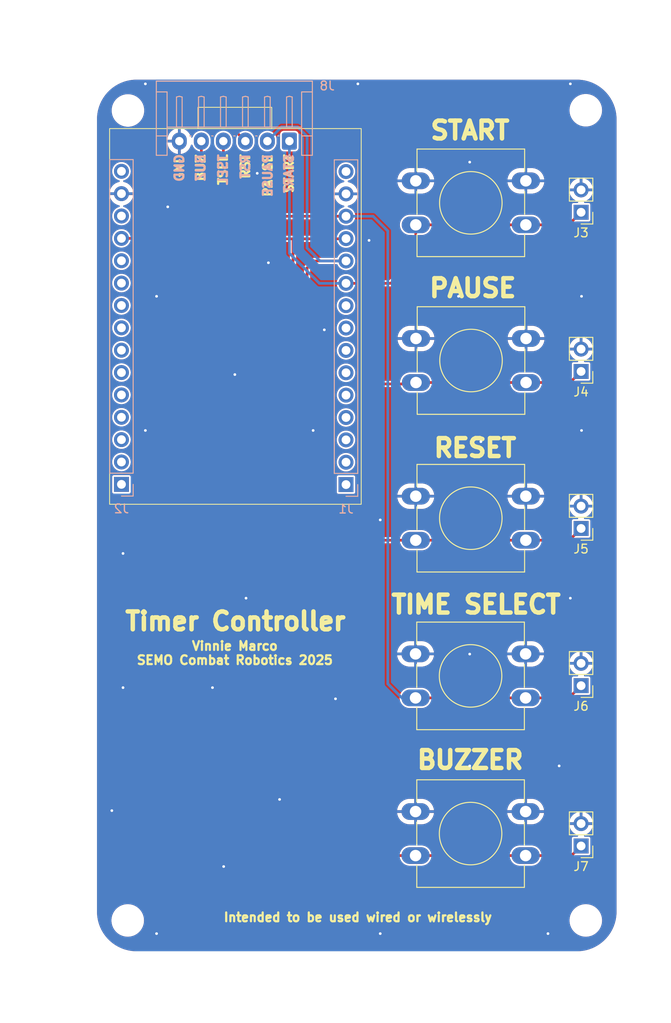
<source format=kicad_pcb>
(kicad_pcb (version 20240108) (generator "pcbnew") (generator_version "8.0")
  (layers (0 "F.Cu" signal) (31 "B.Cu" signal) (34 "B.Paste" user) (35 "F.Paste" user) (36 "B.SilkS" user "B.Silkscreen") (37 "F.SilkS" user "F.Silkscreen") (38 "B.Mask" user) (39 "F.Mask" user) (44 "Edge.Cuts" user))
  (net 0 "")
  (net 2 "GND")
  (net 3 "nTIME_SEL")
  (net 4 "nRESET_BTN")
  (net 9 "nPAUSE_BTN")
  (net 10 "nSTART_BTN")
  (net 11 "+5V")
  (net 17 "+3.3V")
  (net 28 "nBUZZER_BTN")
  (footprint "MountingHole:MountingHole_3.2mm_M3" (layer "F.Cu") (at 124.993876 142.013148)
    (property "Reference" "H3" (hide yes))
    (property "Value" "MountingHole")
    (pad "" np_thru_hole circle (at 0 0) (size 3.2 3.2) (drill 3.2) (layers "*.Cu" "*.Mask"))
  )
  (footprint "Connector_PinHeader_2.54mm:PinHeader_1x02_P2.54mm_Vertical" (layer "F.Cu") (at 176.479676 97.491948 180)
    (property "Reference" "J5" (at 0 -2.33 0) (layer "F.SilkS"))
    (property "Value" "RESET")
    (fp_line (start 1.33 1.27) (end 1.33 3.87) (stroke (width 0.12)) (layer "F.SilkS"))
    (fp_line (start -1.33 3.87) (end 1.33 3.87) (stroke (width 0.12)) (layer "F.SilkS"))
    (fp_line (start -1.33 1.27) (end 1.33 1.27) (stroke (width 0.12)) (layer "F.SilkS"))
    (fp_line (start -1.33 1.27) (end -1.33 3.87) (stroke (width 0.12)) (layer "F.SilkS"))
    (fp_line (start -1.33 0) (end -1.33 -1.33) (stroke (width 0.12)) (layer "F.SilkS"))
    (fp_line (start -1.33 -1.33) (end 0 -1.33) (stroke (width 0.12)) (layer "F.SilkS"))
    (pad "1" thru_hole rect (at 0 0 180) (size 1.7 1.7) (drill 1) (layers "*.Cu" "*.Mask") (net 4 "nRESET_BTN"))
    (pad "2" thru_hole oval (at 0 2.54 180) (size 1.7 1.7) (drill 1) (layers "*.Cu" "*.Mask") (net 2 "GND"))
  )
  (footprint "MountingHole:MountingHole_3.2mm_M3" (layer "F.Cu") (at 177.013076 49.988948)
    (property "Reference" "H2" (hide yes))
    (property "Value" "MountingHole")
    (pad "" np_thru_hole circle (at 0 0) (size 3.2 3.2) (drill 3.2) (layers "*.Cu" "*.Mask"))
  )
  (footprint "Connector_PinHeader_2.54mm:PinHeader_1x02_P2.54mm_Vertical" (layer "F.Cu") (at 176.479676 133.554948 180)
    (property "Reference" "J7" (at 0 -2.33 0) (layer "F.SilkS"))
    (property "Value" "BUZZER")
    (fp_line (start 1.33 1.27) (end 1.33 3.87) (stroke (width 0.12)) (layer "F.SilkS"))
    (fp_line (start -1.33 3.87) (end 1.33 3.87) (stroke (width 0.12)) (layer "F.SilkS"))
    (fp_line (start -1.33 1.27) (end 1.33 1.27) (stroke (width 0.12)) (layer "F.SilkS"))
    (fp_line (start -1.33 1.27) (end -1.33 3.87) (stroke (width 0.12)) (layer "F.SilkS"))
    (fp_line (start -1.33 0) (end -1.33 -1.33) (stroke (width 0.12)) (layer "F.SilkS"))
    (fp_line (start -1.33 -1.33) (end 0 -1.33) (stroke (width 0.12)) (layer "F.SilkS"))
    (pad "1" thru_hole rect (at 0 0 180) (size 1.7 1.7) (drill 1) (layers "*.Cu" "*.Mask") (net 28 "nBUZZER_BTN"))
    (pad "2" thru_hole oval (at 0 2.54 180) (size 1.7 1.7) (drill 1) (layers "*.Cu" "*.Mask") (net 2 "GND"))
  )
  (footprint "MountingHole:MountingHole_3.2mm_M3" (layer "F.Cu") (at 125.019276 50.014348)
    (property "Reference" "H1" (hide yes))
    (property "Value" "MountingHole")
    (pad "" np_thru_hole circle (at 0 0) (size 3.2 3.2) (drill 3.2) (layers "*.Cu" "*.Mask"))
  )
  (footprint "Connector_PinHeader_2.54mm:PinHeader_1x02_P2.54mm_Vertical" (layer "F.Cu") (at 176.479676 61.576348 180)
    (property "Reference" "J3" (at 0 -2.33 0) (layer "F.SilkS"))
    (property "Value" "START")
    (fp_line (start 1.33 1.27) (end 1.33 3.87) (stroke (width 0.12)) (layer "F.SilkS"))
    (fp_line (start -1.33 3.87) (end 1.33 3.87) (stroke (width 0.12)) (layer "F.SilkS"))
    (fp_line (start -1.33 1.27) (end 1.33 1.27) (stroke (width 0.12)) (layer "F.SilkS"))
    (fp_line (start -1.33 1.27) (end -1.33 3.87) (stroke (width 0.12)) (layer "F.SilkS"))
    (fp_line (start -1.33 0) (end -1.33 -1.33) (stroke (width 0.12)) (layer "F.SilkS"))
    (fp_line (start -1.33 -1.33) (end 0 -1.33) (stroke (width 0.12)) (layer "F.SilkS"))
    (pad "1" thru_hole rect (at 0 0 180) (size 1.7 1.7) (drill 1) (layers "*.Cu" "*.Mask") (net 10 "nSTART_BTN"))
    (pad "2" thru_hole oval (at 0 2.54 180) (size 1.7 1.7) (drill 1) (layers "*.Cu" "*.Mask") (net 2 "GND"))
  )
  (footprint "Button_Switch_THT:SW_PUSH-12mm" (layer "F.Cu") (at 157.678876 111.736498)
    (property "Reference" "SW4" (hide yes))
    (property "Value" "TIME_SEL")
    (fp_line (start 0.14 -3.61) (end 0.14 -1.1) (stroke (width 0.12)) (layer "F.SilkS"))
    (fp_line (start 0.14 -3.61) (end 12.36 -3.61) (stroke (width 0.12)) (layer "F.SilkS"))
    (fp_line (start 0.14 1.2) (end 0.14 3.8) (stroke (width 0.12)) (layer "F.SilkS"))
    (fp_line (start 0.14 6.1) (end 0.14 8.61) (stroke (width 0.12)) (layer "F.SilkS"))
    (fp_line (start 12.36 -3.61) (end 12.36 -1.1) (stroke (width 0.12)) (layer "F.SilkS"))
    (fp_line (start 12.36 1.2) (end 12.36 3.8) (stroke (width 0.12)) (layer "F.SilkS"))
    (fp_line (start 12.36 6.1) (end 12.36 8.61) (stroke (width 0.12)) (layer "F.SilkS"))
    (fp_line (start 12.36 8.61) (end 0.14 8.61) (stroke (width 0.12)) (layer "F.SilkS"))
    (fp_circle (center 6.25 2.5) (end 9.8 2.5) (stroke (width 0.12)) (fill none) (layer "F.SilkS"))
    (pad "1" thru_hole oval (at 0 0) (size 3.2 1.9) (drill 1.3) (layers "*.Cu" "*.Mask") (net 2 "GND"))
    (pad "1" thru_hole oval (at 12.5 0) (size 3.2 1.9) (drill 1.3) (layers "*.Cu" "*.Mask") (net 2 "GND"))
    (pad "2" thru_hole oval (at 0 5) (size 3.2 1.9) (drill 1.3) (layers "*.Cu" "*.Mask") (net 3 "nTIME_SEL"))
    (pad "2" thru_hole oval (at 12.5 5) (size 3.2 1.9) (drill 1.3) (layers "*.Cu" "*.Mask") (net 3 "nTIME_SEL"))
  )
  (footprint "Connector_PinHeader_2.54mm:PinHeader_1x02_P2.54mm_Vertical" (layer "F.Cu") (at 176.479676 115.348148 180)
    (property "Reference" "J6" (at 0 -2.33 0) (layer "F.SilkS"))
    (property "Value" "TIME_SEL")
    (fp_line (start 1.33 1.27) (end 1.33 3.87) (stroke (width 0.12)) (layer "F.SilkS"))
    (fp_line (start -1.33 3.87) (end 1.33 3.87) (stroke (width 0.12)) (layer "F.SilkS"))
    (fp_line (start -1.33 1.27) (end 1.33 1.27) (stroke (width 0.12)) (layer "F.SilkS"))
    (fp_line (start -1.33 1.27) (end -1.33 3.87) (stroke (width 0.12)) (layer "F.SilkS"))
    (fp_line (start -1.33 0) (end -1.33 -1.33) (stroke (width 0.12)) (layer "F.SilkS"))
    (fp_line (start -1.33 -1.33) (end 0 -1.33) (stroke (width 0.12)) (layer "F.SilkS"))
    (pad "1" thru_hole rect (at 0 0 180) (size 1.7 1.7) (drill 1) (layers "*.Cu" "*.Mask") (net 3 "nTIME_SEL"))
    (pad "2" thru_hole oval (at 0 2.54 180) (size 1.7 1.7) (drill 1) (layers "*.Cu" "*.Mask") (net 2 "GND"))
  )
  (footprint "Connector_PinHeader_2.54mm:PinHeader_1x02_P2.54mm_Vertical" (layer "F.Cu") (at 176.479676 79.656148 180)
    (property "Reference" "J4" (at 0 -2.33 0) (layer "F.SilkS"))
    (property "Value" "PAUSE")
    (fp_line (start 1.33 1.27) (end 1.33 3.87) (stroke (width 0.12)) (layer "F.SilkS"))
    (fp_line (start -1.33 3.87) (end 1.33 3.87) (stroke (width 0.12)) (layer "F.SilkS"))
    (fp_line (start -1.33 1.27) (end 1.33 1.27) (stroke (width 0.12)) (layer "F.SilkS"))
    (fp_line (start -1.33 1.27) (end -1.33 3.87) (stroke (width 0.12)) (layer "F.SilkS"))
    (fp_line (start -1.33 0) (end -1.33 -1.33) (stroke (width 0.12)) (layer "F.SilkS"))
    (fp_line (start -1.33 -1.33) (end 0 -1.33) (stroke (width 0.12)) (layer "F.SilkS"))
    (pad "1" thru_hole rect (at 0 0 180) (size 1.7 1.7) (drill 1) (layers "*.Cu" "*.Mask") (net 9 "nPAUSE_BTN"))
    (pad "2" thru_hole oval (at 0 2.54 180) (size 1.7 1.7) (drill 1) (layers "*.Cu" "*.Mask") (net 2 "GND"))
  )
  (footprint "Button_Switch_THT:SW_PUSH-12mm" (layer "F.Cu") (at 157.704276 93.825848)
    (property "Reference" "SW3" (hide yes))
    (property "Value" "RESET")
    (fp_line (start 0.14 -3.61) (end 0.14 -1.1) (stroke (width 0.12)) (layer "F.SilkS"))
    (fp_line (start 0.14 -3.61) (end 12.36 -3.61) (stroke (width 0.12)) (layer "F.SilkS"))
    (fp_line (start 0.14 1.2) (end 0.14 3.8) (stroke (width 0.12)) (layer "F.SilkS"))
    (fp_line (start 0.14 6.1) (end 0.14 8.61) (stroke (width 0.12)) (layer "F.SilkS"))
    (fp_line (start 12.36 -3.61) (end 12.36 -1.1) (stroke (width 0.12)) (layer "F.SilkS"))
    (fp_line (start 12.36 1.2) (end 12.36 3.8) (stroke (width 0.12)) (layer "F.SilkS"))
    (fp_line (start 12.36 6.1) (end 12.36 8.61) (stroke (width 0.12)) (layer "F.SilkS"))
    (fp_line (start 12.36 8.61) (end 0.14 8.61) (stroke (width 0.12)) (layer "F.SilkS"))
    (fp_circle (center 6.25 2.5) (end 9.8 2.5) (stroke (width 0.12)) (fill none) (layer "F.SilkS"))
    (pad "1" thru_hole oval (at 0 0) (size 3.2 1.9) (drill 1.3) (layers "*.Cu" "*.Mask") (net 2 "GND"))
    (pad "1" thru_hole oval (at 12.5 0) (size 3.2 1.9) (drill 1.3) (layers "*.Cu" "*.Mask") (net 2 "GND"))
    (pad "2" thru_hole oval (at 0 5) (size 3.2 1.9) (drill 1.3) (layers "*.Cu" "*.Mask") (net 4 "nRESET_BTN"))
    (pad "2" thru_hole oval (at 12.5 5) (size 3.2 1.9) (drill 1.3) (layers "*.Cu" "*.Mask") (net 4 "nRESET_BTN"))
  )
  (footprint "MountingHole:MountingHole_3.2mm_M3" (layer "F.Cu") (at 177.013076 142.013148)
    (property "Reference" "H4" (hide yes))
    (property "Value" "MountingHole")
    (pad "" np_thru_hole circle (at 0 0) (size 3.2 3.2) (drill 3.2) (layers "*.Cu" "*.Mask"))
  )
  (footprint "Button_Switch_THT:SW_PUSH-12mm" (layer "F.Cu") (at 157.680476 129.647148)
    (property "Reference" "SW5" (hide yes))
    (property "Value" "BUZZER")
    (fp_line (start 0.14 -3.61) (end 0.14 -1.1) (stroke (width 0.12)) (layer "F.SilkS"))
    (fp_line (start 0.14 -3.61) (end 12.36 -3.61) (stroke (width 0.12)) (layer "F.SilkS"))
    (fp_line (start 0.14 1.2) (end 0.14 3.8) (stroke (width 0.12)) (layer "F.SilkS"))
    (fp_line (start 0.14 6.1) (end 0.14 8.61) (stroke (width 0.12)) (layer "F.SilkS"))
    (fp_line (start 12.36 -3.61) (end 12.36 -1.1) (stroke (width 0.12)) (layer "F.SilkS"))
    (fp_line (start 12.36 1.2) (end 12.36 3.8) (stroke (width 0.12)) (layer "F.SilkS"))
    (fp_line (start 12.36 6.1) (end 12.36 8.61) (stroke (width 0.12)) (layer "F.SilkS"))
    (fp_line (start 12.36 8.61) (end 0.14 8.61) (stroke (width 0.12)) (layer "F.SilkS"))
    (fp_circle (center 6.25 2.5) (end 9.8 2.5) (stroke (width 0.12)) (fill none) (layer "F.SilkS"))
    (pad "1" thru_hole oval (at 0 0) (size 3.2 1.9) (drill 1.3) (layers "*.Cu" "*.Mask") (net 2 "GND"))
    (pad "1" thru_hole oval (at 12.5 0) (size 3.2 1.9) (drill 1.3) (layers "*.Cu" "*.Mask") (net 2 "GND"))
    (pad "2" thru_hole oval (at 0 5) (size 3.2 1.9) (drill 1.3) (layers "*.Cu" "*.Mask") (net 28 "nBUZZER_BTN"))
    (pad "2" thru_hole oval (at 12.5 5) (size 3.2 1.9) (drill 1.3) (layers "*.Cu" "*.Mask") (net 28 "nBUZZER_BTN"))
  )
  (footprint "Button_Switch_THT:SW_PUSH-12mm" (layer "F.Cu") (at 157.707476 58.004548)
    (property "Reference" "SW1" (hide yes))
    (property "Value" "START")
    (fp_line (start 0.14 -3.61) (end 0.14 -1.1) (stroke (width 0.12)) (layer "F.SilkS"))
    (fp_line (start 0.14 -3.61) (end 12.36 -3.61) (stroke (width 0.12)) (layer "F.SilkS"))
    (fp_line (start 0.14 1.2) (end 0.14 3.8) (stroke (width 0.12)) (layer "F.SilkS"))
    (fp_line (start 0.14 6.1) (end 0.14 8.61) (stroke (width 0.12)) (layer "F.SilkS"))
    (fp_line (start 12.36 -3.61) (end 12.36 -1.1) (stroke (width 0.12)) (layer "F.SilkS"))
    (fp_line (start 12.36 1.2) (end 12.36 3.8) (stroke (width 0.12)) (layer "F.SilkS"))
    (fp_line (start 12.36 6.1) (end 12.36 8.61) (stroke (width 0.12)) (layer "F.SilkS"))
    (fp_line (start 12.36 8.61) (end 0.14 8.61) (stroke (width 0.12)) (layer "F.SilkS"))
    (fp_circle (center 6.25 2.5) (end 9.8 2.5) (stroke (width 0.12)) (fill none) (layer "F.SilkS"))
    (pad "1" thru_hole oval (at 0 0) (size 3.2 1.9) (drill 1.3) (layers "*.Cu" "*.Mask") (net 2 "GND"))
    (pad "1" thru_hole oval (at 12.5 0) (size 3.2 1.9) (drill 1.3) (layers "*.Cu" "*.Mask") (net 2 "GND"))
    (pad "2" thru_hole oval (at 0 5) (size 3.2 1.9) (drill 1.3) (layers "*.Cu" "*.Mask") (net 10 "nSTART_BTN"))
    (pad "2" thru_hole oval (at 12.5 5) (size 3.2 1.9) (drill 1.3) (layers "*.Cu" "*.Mask") (net 10 "nSTART_BTN"))
  )
  (footprint "Button_Switch_THT:SW_PUSH-12mm" (layer "F.Cu") (at 157.729676 75.915198)
    (property "Reference" "SW2" (hide yes))
    (property "Value" "PAUSE")
    (fp_line (start 0.14 -3.61) (end 0.14 -1.1) (stroke (width 0.12)) (layer "F.SilkS"))
    (fp_line (start 0.14 -3.61) (end 12.36 -3.61) (stroke (width 0.12)) (layer "F.SilkS"))
    (fp_line (start 0.14 1.2) (end 0.14 3.8) (stroke (width 0.12)) (layer "F.SilkS"))
    (fp_line (start 0.14 6.1) (end 0.14 8.61) (stroke (width 0.12)) (layer "F.SilkS"))
    (fp_line (start 12.36 -3.61) (end 12.36 -1.1) (stroke (width 0.12)) (layer "F.SilkS"))
    (fp_line (start 12.36 1.2) (end 12.36 3.8) (stroke (width 0.12)) (layer "F.SilkS"))
    (fp_line (start 12.36 6.1) (end 12.36 8.61) (stroke (width 0.12)) (layer "F.SilkS"))
    (fp_line (start 12.36 8.61) (end 0.14 8.61) (stroke (width 0.12)) (layer "F.SilkS"))
    (fp_circle (center 6.25 2.5) (end 9.8 2.5) (stroke (width 0.12)) (fill none) (layer "F.SilkS"))
    (pad "1" thru_hole oval (at 0 0) (size 3.2 1.9) (drill 1.3) (layers "*.Cu" "*.Mask") (net 2 "GND"))
    (pad "1" thru_hole oval (at 12.5 0) (size 3.2 1.9) (drill 1.3) (layers "*.Cu" "*.Mask") (net 2 "GND"))
    (pad "2" thru_hole oval (at 0 5) (size 3.2 1.9) (drill 1.3) (layers "*.Cu" "*.Mask") (net 9 "nPAUSE_BTN"))
    (pad "2" thru_hole oval (at 12.5 5) (size 3.2 1.9) (drill 1.3) (layers "*.Cu" "*.Mask") (net 9 "nPAUSE_BTN"))
  )
  (footprint "Connector_PinSocket_2.54mm:PinSocket_1x15_P2.54mm_Vertical" (layer "B.Cu") (at 124.2822 92.4814)
    (property "Reference" "J2" (at 0 2.77 0) (layer "B.SilkS") (effects (justify mirror)))
    (property "Value" "Conn_01x15_Socket")
    (fp_line (start -1.33 -36.89) (end -1.33 -1.27) (stroke (width 0.12)) (layer "B.SilkS"))
    (fp_line (start 1.33 -36.89) (end -1.33 -36.89) (stroke (width 0.12)) (layer "B.SilkS"))
    (fp_line (start 1.33 -36.89) (end 1.33 -1.27) (stroke (width 0.12)) (layer "B.SilkS"))
    (fp_line (start 1.33 -1.27) (end -1.33 -1.27) (stroke (width 0.12)) (layer "B.SilkS"))
    (fp_line (start 1.33 0) (end 1.33 1.33) (stroke (width 0.12)) (layer "B.SilkS"))
    (fp_line (start 1.33 1.33) (end 0 1.33) (stroke (width 0.12)) (layer "B.SilkS"))
    (pad "1" thru_hole rect (at 0 0) (size 1.7 1.7) (drill 1) (layers "*.Cu" "*.Mask"))
    (pad "2" thru_hole oval (at 0 -2.54) (size 1.7 1.7) (drill 1) (layers "*.Cu" "*.Mask"))
    (pad "3" thru_hole oval (at 0 -5.08) (size 1.7 1.7) (drill 1) (layers "*.Cu" "*.Mask"))
    (pad "4" thru_hole oval (at 0 -7.62) (size 1.7 1.7) (drill 1) (layers "*.Cu" "*.Mask"))
    (pad "5" thru_hole oval (at 0 -10.16) (size 1.7 1.7) (drill 1) (layers "*.Cu" "*.Mask"))
    (pad "6" thru_hole oval (at 0 -12.7) (size 1.7 1.7) (drill 1) (layers "*.Cu" "*.Mask"))
    (pad "7" thru_hole oval (at 0 -15.24) (size 1.7 1.7) (drill 1) (layers "*.Cu" "*.Mask"))
    (pad "8" thru_hole oval (at 0 -17.78) (size 1.7 1.7) (drill 1) (layers "*.Cu" "*.Mask"))
    (pad "9" thru_hole oval (at 0 -20.32) (size 1.7 1.7) (drill 1) (layers "*.Cu" "*.Mask"))
    (pad "10" thru_hole oval (at 0 -22.86) (size 1.7 1.7) (drill 1) (layers "*.Cu" "*.Mask"))
    (pad "11" thru_hole oval (at 0 -25.4) (size 1.7 1.7) (drill 1) (layers "*.Cu" "*.Mask"))
    (pad "12" thru_hole oval (at 0 -27.94) (size 1.7 1.7) (drill 1) (layers "*.Cu" "*.Mask") (net 28 "nBUZZER_BTN"))
    (pad "13" thru_hole oval (at 0 -30.48) (size 1.7 1.7) (drill 1) (layers "*.Cu" "*.Mask"))
    (pad "14" thru_hole oval (at 0 -33.02) (size 1.7 1.7) (drill 1) (layers "*.Cu" "*.Mask") (net 2 "GND"))
    (pad "15" thru_hole oval (at 0 -35.56) (size 1.7 1.7) (drill 1) (layers "*.Cu" "*.Mask") (net 17 "+3.3V"))
  )
  (footprint "Connector_PinSocket_2.54mm:PinSocket_1x15_P2.54mm_Vertical" (layer "B.Cu") (at 149.7838 92.5068)
    (property "Reference" "J1" (at 0 2.77 0) (layer "B.SilkS") (effects (justify mirror)))
    (property "Value" "Conn_01x15_Socket")
    (fp_line (start -1.33 -36.89) (end -1.33 -1.27) (stroke (width 0.12)) (layer "B.SilkS"))
    (fp_line (start 1.33 -36.89) (end -1.33 -36.89) (stroke (width 0.12)) (layer "B.SilkS"))
    (fp_line (start 1.33 -36.89) (end 1.33 -1.27) (stroke (width 0.12)) (layer "B.SilkS"))
    (fp_line (start 1.33 -1.27) (end -1.33 -1.27) (stroke (width 0.12)) (layer "B.SilkS"))
    (fp_line (start 1.33 0) (end 1.33 1.33) (stroke (width 0.12)) (layer "B.SilkS"))
    (fp_line (start 1.33 1.33) (end 0 1.33) (stroke (width 0.12)) (layer "B.SilkS"))
    (pad "1" thru_hole rect (at 0 0) (size 1.7 1.7) (drill 1) (layers "*.Cu" "*.Mask"))
    (pad "2" thru_hole oval (at 0 -2.54) (size 1.7 1.7) (drill 1) (layers "*.Cu" "*.Mask"))
    (pad "3" thru_hole oval (at 0 -5.08) (size 1.7 1.7) (drill 1) (layers "*.Cu" "*.Mask"))
    (pad "4" thru_hole oval (at 0 -7.62) (size 1.7 1.7) (drill 1) (layers "*.Cu" "*.Mask"))
    (pad "5" thru_hole oval (at 0 -10.16) (size 1.7 1.7) (drill 1) (layers "*.Cu" "*.Mask"))
    (pad "6" thru_hole oval (at 0 -12.7) (size 1.7 1.7) (drill 1) (layers "*.Cu" "*.Mask"))
    (pad "7" thru_hole oval (at 0 -15.24) (size 1.7 1.7) (drill 1) (layers "*.Cu" "*.Mask"))
    (pad "8" thru_hole oval (at 0 -17.78) (size 1.7 1.7) (drill 1) (layers "*.Cu" "*.Mask"))
    (pad "9" thru_hole oval (at 0 -20.32) (size 1.7 1.7) (drill 1) (layers "*.Cu" "*.Mask"))
    (pad "10" thru_hole oval (at 0 -22.86) (size 1.7 1.7) (drill 1) (layers "*.Cu" "*.Mask") (net 10 "nSTART_BTN"))
    (pad "11" thru_hole oval (at 0 -25.4) (size 1.7 1.7) (drill 1) (layers "*.Cu" "*.Mask") (net 9 "nPAUSE_BTN"))
    (pad "12" thru_hole oval (at 0 -27.94) (size 1.7 1.7) (drill 1) (layers "*.Cu" "*.Mask") (net 4 "nRESET_BTN"))
    (pad "13" thru_hole oval (at 0 -30.48) (size 1.7 1.7) (drill 1) (layers "*.Cu" "*.Mask") (net 3 "nTIME_SEL"))
    (pad "14" thru_hole oval (at 0 -33.02) (size 1.7 1.7) (drill 1) (layers "*.Cu" "*.Mask") (net 2 "GND"))
    (pad "15" thru_hole oval (at 0 -35.56) (size 1.7 1.7) (drill 1) (layers "*.Cu" "*.Mask") (net 11 "+5V"))
  )
  (footprint "Connector_JST:JST_EH_S6B-EH_1x06_P2.50mm_Horizontal" (layer "B.Cu") (at 143.353274 53.494148 180)
    (property "Reference" "J8" (at -4.2894 6.2738 0) (layer "B.SilkS") (effects (justify mirror)))
    (property "Value" "Conn_01x06_Pin")
    (fp_line (start 15.11 6.81) (end -2.61 6.81) (stroke (width 0.12)) (layer "B.SilkS"))
    (fp_line (start 15.11 0.59) (end 13.89 0.59) (stroke (width 0.12)) (layer "B.SilkS"))
    (fp_line (start 15.11 -1.61) (end 15.11 6.81) (stroke (width 0.12)) (layer "B.SilkS"))
    (fp_line (start 13.89 5.59) (end 15.11 5.59) (stroke (width 0.12)) (layer "B.SilkS"))
    (fp_line (start 13.89 1.59) (end -1.39 1.59) (stroke (width 0.12)) (layer "B.SilkS"))
    (fp_line (start 13.89 0.59) (end 13.89 5.59) (stroke (width 0.12)) (layer "B.SilkS"))
    (fp_line (start 13.89 0.59) (end 13.89 -1.61) (stroke (width 0.12)) (layer "B.SilkS"))
    (fp_line (start 13.89 -1.61) (end 15.11 -1.61) (stroke (width 0.12)) (layer "B.SilkS"))
    (fp_line (start 12.82 5.01) (end 12.5 5.09) (stroke (width 0.12)) (layer "B.SilkS"))
    (fp_line (start 12.82 1.59) (end 12.82 5.01) (stroke (width 0.12)) (layer "B.SilkS"))
    (fp_line (start 12.5 5.09) (end 12.18 5.01) (stroke (width 0.12)) (layer "B.SilkS"))
    (fp_line (start 12.5 1.59) (end 12.82 1.59) (stroke (width 0.12)) (layer "B.SilkS"))
    (fp_line (start 12.18 5.01) (end 12.18 1.59) (stroke (width 0.12)) (layer "B.SilkS"))
    (fp_line (start 12.18 1.59) (end 12.5 1.59) (stroke (width 0.12)) (layer "B.SilkS"))
    (fp_line (start 11.33 0.59) (end 11.17 0.59) (stroke (width 0.12)) (layer "B.SilkS"))
    (fp_line (start 10.32 5.01) (end 10 5.09) (stroke (width 0.12)) (layer "B.SilkS"))
    (fp_line (start 10.32 1.59) (end 10.32 5.01) (stroke (width 0.12)) (layer "B.SilkS"))
    (fp_line (start 10 5.09) (end 9.68 5.01) (stroke (width 0.12)) (layer "B.SilkS"))
    (fp_line (start 10 1.59) (end 10.32 1.59) (stroke (width 0.12)) (layer "B.SilkS"))
    (fp_line (start 9.68 5.01) (end 9.68 1.59) (stroke (width 0.12)) (layer "B.SilkS"))
    (fp_line (start 9.68 1.59) (end 10 1.59) (stroke (width 0.12)) (layer "B.SilkS"))
    (fp_line (start 8.83 0.59) (end 8.67 0.59) (stroke (width 0.12)) (layer "B.SilkS"))
    (fp_line (start 7.82 5.01) (end 7.5 5.09) (stroke (width 0.12)) (layer "B.SilkS"))
    (fp_line (start 7.82 1.59) (end 7.82 5.01) (stroke (width 0.12)) (layer "B.SilkS"))
    (fp_line (start 7.5 5.09) (end 7.18 5.01) (stroke (width 0.12)) (layer "B.SilkS"))
    (fp_line (start 7.5 1.59) (end 7.82 1.59) (stroke (width 0.12)) (layer "B.SilkS"))
    (fp_line (start 7.18 5.01) (end 7.18 1.59) (stroke (width 0.12)) (layer "B.SilkS"))
    (fp_line (start 7.18 1.59) (end 7.5 1.59) (stroke (width 0.12)) (layer "B.SilkS"))
    (fp_line (start 6.33 0.59) (end 6.17 0.59) (stroke (width 0.12)) (layer "B.SilkS"))
    (fp_line (start 5.32 5.01) (end 5 5.09) (stroke (width 0.12)) (layer "B.SilkS"))
    (fp_line (start 5.32 1.59) (end 5.32 5.01) (stroke (width 0.12)) (layer "B.SilkS"))
    (fp_line (start 5 5.09) (end 4.68 5.01) (stroke (width 0.12)) (layer "B.SilkS"))
    (fp_line (start 5 1.59) (end 5.32 1.59) (stroke (width 0.12)) (layer "B.SilkS"))
    (fp_line (start 4.68 5.01) (end 4.68 1.59) (stroke (width 0.12)) (layer "B.SilkS"))
    (fp_line (start 4.68 1.59) (end 5 1.59) (stroke (width 0.12)) (layer "B.SilkS"))
    (fp_line (start 3.83 0.59) (end 3.67 0.59) (stroke (width 0.12)) (layer "B.SilkS"))
    (fp_line (start 2.82 5.01) (end 2.5 5.09) (stroke (width 0.12)) (layer "B.SilkS"))
    (fp_line (start 2.82 1.59) (end 2.82 5.01) (stroke (width 0.12)) (layer "B.SilkS"))
    (fp_line (start 2.5 5.09) (end 2.18 5.01) (stroke (width 0.12)) (layer "B.SilkS"))
    (fp_line (start 2.5 1.59) (end 2.82 1.59) (stroke (width 0.12)) (layer "B.SilkS"))
    (fp_line (start 2.18 5.01) (end 2.18 1.59) (stroke (width 0.12)) (layer "B.SilkS"))
    (fp_line (start 2.18 1.59) (end 2.5 1.59) (stroke (width 0.12)) (layer "B.SilkS"))
    (fp_line (start 1.33 0.59) (end 1.17 0.59) (stroke (width 0.12)) (layer "B.SilkS"))
    (fp_line (start 0.32 5.01) (end 0 5.09) (stroke (width 0.12)) (layer "B.SilkS"))
    (fp_line (start 0.32 1.59) (end 0.32 5.01) (stroke (width 0.12)) (layer "B.SilkS"))
    (fp_line (start 0.3 -2.1) (end -0.3 -2.1) (stroke (width 0.12)) (layer "B.SilkS"))
    (fp_line (start 0 5.09) (end -0.32 5.01) (stroke (width 0.12)) (layer "B.SilkS"))
    (fp_line (start 0 1.59) (end 0.32 1.59) (stroke (width 0.12)) (layer "B.SilkS"))
    (fp_line (start 0 -1.5) (end 0.3 -2.1) (stroke (width 0.12)) (layer "B.SilkS"))
    (fp_line (start -0.3 -2.1) (end 0 -1.5) (stroke (width 0.12)) (layer "B.SilkS"))
    (fp_line (start -0.32 5.01) (end -0.32 1.59) (stroke (width 0.12)) (layer "B.SilkS"))
    (fp_line (start -0.32 1.59) (end 0 1.59) (stroke (width 0.12)) (layer "B.SilkS"))
    (fp_line (start -1.39 5.59) (end -2.61 5.59) (stroke (width 0.12)) (layer "B.SilkS"))
    (fp_line (start -1.39 0.59) (end -1.39 5.59) (stroke (width 0.12)) (layer "B.SilkS"))
    (fp_line (start -1.39 -1.61) (end -1.39 0.59) (stroke (width 0.12)) (layer "B.SilkS"))
    (fp_line (start -2.61 6.81) (end -2.61 -1.61) (stroke (width 0.12)) (layer "B.SilkS"))
    (fp_line (start -2.61 0.59) (end -1.39 0.59) (stroke (width 0.12)) (layer "B.SilkS"))
    (fp_line (start -2.61 -1.61) (end -1.39 -1.61) (stroke (width 0.12)) (layer "B.SilkS"))
    (pad "1" thru_hole roundrect (at 0 0 180) (size 1.7 1.95) (drill 0.95) (layers "*.Cu" "*.Mask") (roundrect_rratio 0.147059) (net 10 "nSTART_BTN"))
    (pad "2" thru_hole oval (at 2.5 0 180) (size 1.7 1.95) (drill 0.95) (layers "*.Cu" "*.Mask") (net 9 "nPAUSE_BTN"))
    (pad "3" thru_hole oval (at 5 0 180) (size 1.7 1.95) (drill 0.95) (layers "*.Cu" "*.Mask") (net 4 "nRESET_BTN"))
    (pad "4" thru_hole oval (at 7.5 0 180) (size 1.7 1.95) (drill 0.95) (layers "*.Cu" "*.Mask") (net 3 "nTIME_SEL"))
    (pad "5" thru_hole oval (at 10 0 180) (size 1.7 1.95) (drill 0.95) (layers "*.Cu" "*.Mask") (net 28 "nBUZZER_BTN"))
    (pad "6" thru_hole oval (at 12.5 0 180) (size 1.7 1.95) (drill 0.95) (layers "*.Cu" "*.Mask") (net 2 "GND"))
  )
  (gr_rect (start 122.936 52.07) (end 151.511 94.742) (stroke (width 0.1)) (fill none) (layer "F.SilkS"))
  (gr_rect (start 132.969 49.657) (end 141.351 52.07) (stroke (width 0.1)) (fill none) (layer "F.SilkS"))
  (gr_poly (pts (arc (start 176.006076 146.013748) (mid 179.54161 144.549282) (end 181.006076 141.013748)) (arc (start 181.006076 51.013748) (mid 179.54161 47.478214) (end 176.006076 46.013748)) (arc (start 126.006076 46.013748) (mid 122.470542 47.478214) (end 121.006076 51.013748)) (arc (start 121.006076 141.013748) (mid 122.470542 144.549282) (end 126.006076 146.013748))) (stroke (width 0.000254)) (fill none) (layer "Edge.Cuts"))
  (gr_text "RST" (at 138.938 56.38019 90) (layer "B.SilkS") (effects (font (size 1 1) (thickness 0.25) (bold yes)) (justify bottom mirror)))
  (gr_text "START" (at 143.891 57.189714 90) (layer "B.SilkS") (effects (font (size 1 1) (thickness 0.25) (bold yes)) (justify bottom mirror)))
  (gr_text "TSEL" (at 136.398 56.737333 90) (layer "B.SilkS") (effects (font (size 1 1) (thickness 0.25) (bold yes)) (justify bottom mirror)))
  (gr_text "PAUSE" (at 141.478 57.404 90) (layer "B.SilkS") (effects (font (size 1 1) (thickness 0.25) (bold yes)) (justify bottom mirror)))
  (gr_text "BUZ" (at 133.858 56.523047 90) (layer "B.SilkS") (effects (font (size 1 1) (thickness 0.25) (bold yes)) (justify bottom mirror)))
  (gr_text "GND" (at 131.445 56.546857 90) (layer "B.SilkS") (effects (font (size 1 1) (thickness 0.25) (bold yes)) (justify bottom mirror)))
  (gr_text "BUZZER" (at 157.607 124.968 0) (layer "F.SilkS") (effects (font (size 2.032 2.032) (thickness 0.508) (bold yes)) (justify left bottom)))
  (gr_text "PAUSE" (at 141.478 57.395953 90) (layer "F.SilkS") (effects (font (size 1 1) (thickness 0.25) (bold yes)) (justify bottom)))
  (gr_text "RST" (at 138.938 56.372143 90) (layer "F.SilkS") (effects (font (size 1 1) (thickness 0.25) (bold yes)) (justify bottom)))
  (gr_text "TIME SELECT" (at 154.686 107.315 0) (layer "F.SilkS") (effects (font (size 2.032 2.032) (thickness 0.508) (bold yes)) (justify left bottom)))
  (gr_text "Vinnie Marco\nSEMO Combat Robotics 2025" (at 137.16 113.03 0) (layer "F.SilkS") (effects (font (size 1 1) (thickness 0.25) (bold yes)) (justify bottom)))
  (gr_text "BUZ" (at 133.858 56.515 90) (layer "F.SilkS") (effects (font (size 1 1) (thickness 0.25) (bold yes)) (justify bottom)))
  (gr_text "PAUSE" (at 159.004 71.374 0) (layer "F.SilkS") (effects (font (size 2.032 2.032) (thickness 0.508) (bold yes)) (justify left bottom)))
  (gr_text "Intended to be used wired or wirelessly" (at 151.13 142.24 0) (layer "F.SilkS") (effects (font (size 1 1) (thickness 0.25) (bold yes)) (justify bottom)))
  (gr_text "RESET" (at 159.512 89.535 0) (layer "F.SilkS") (effects (font (size 2.032 2.032) (thickness 0.508) (bold yes)) (justify left bottom)))
  (gr_text "START" (at 143.891 57.181667 90) (layer "F.SilkS") (effects (font (size 1 1) (thickness 0.25) (bold yes)) (justify bottom)))
  (gr_text "GND" (at 131.445 56.53881 90) (layer "F.SilkS") (effects (font (size 1 1) (thickness 0.25) (bold yes)) (justify bottom)))
  (gr_text "Timer Controller" (at 124.46 109.22 0) (layer "F.SilkS") (effects (font (size 2.032 2.032) (thickness 0.508) (bold yes)) (justify left bottom)))
  (gr_text "START" (at 159.131 53.467 0) (layer "F.SilkS") (effects (font (size 2.032 2.032) (thickness 0.508) (bold yes)) (justify left bottom)))
  (gr_text "TSEL" (at 136.398 56.729286 90) (layer "F.SilkS") (effects (font (size 1 1) (thickness 0.25) (bold yes)) (justify bottom)))
  (segment (start 128.6256 59.4614) (end 130.853274 57.233726) (width 0.3048) (layer "F.Cu") (net 2))
  (segment (start 130.853274 57.233726) (end 130.853274 53.494148) (width 0.3048) (layer "F.Cu") (net 2))
  (segment (start 124.2822 59.4614) (end 128.6256 59.4614) (width 0.3048) (layer "F.Cu") (net 2))
  (via (at 163.83 124.46) (size 0.6096) (drill 0.3048) (layers "F.Cu" "B.Cu") (net 2))
  (via (at 142.24 128.27) (size 0.6096) (drill 0.3048) (layers "F.Cu" "B.Cu") (net 2))
  (via (at 176.53 86.36) (size 0.6096) (drill 0.3048) (layers "F.Cu" "B.Cu") (net 2))
  (via (at 128.27 143.51) (size 0.6096) (drill 0.3048) (layers "F.Cu" "B.Cu") (net 2))
  (via (at 135.89 135.89) (size 0.6096) (drill 0.3048) (layers "F.Cu" "B.Cu") (net 2))
  (via (at 175.26 105.41) (size 0.6096) (drill 0.3048) (layers "F.Cu" "B.Cu") (net 2))
  (via (at 162.56 71.12) (size 0.6096) (drill 0.3048) (layers "F.Cu" "B.Cu") (net 2))
  (via (at 163.83 55.88) (size 0.6096) (drill 0.3048) (layers "F.Cu" "B.Cu") (net 2))
  (via (at 175.26 46.99) (size 0.6096) (drill 0.3048) (layers "F.Cu" "B.Cu") (net 2))
  (via (at 139.7 57.15) (size 0.6096) (drill 0.3048) (layers "F.Cu" "B.Cu") (net 2))
  (via (at 137.16 80.01) (size 0.6096) (drill 0.3048) (layers "F.Cu" "B.Cu") (net 2))
  (via (at 163.83 111.76) (size 0.6096) (drill 0.3048) (layers "F.Cu" "B.Cu") (net 2))
  (via (at 152.4 64.77) (size 0.6096) (drill 0.3048) (layers "F.Cu" "B.Cu") (net 2))
  (via (at 123.19 129.54) (size 0.6096) (drill 0.3048) (layers "F.Cu" "B.Cu") (net 2))
  (via (at 124.46 115.57) (size 0.6096) (drill 0.3048) (layers "F.Cu" "B.Cu") (net 2))
  (via (at 151.13 46.99) (size 0.6096) (drill 0.3048) (layers "F.Cu" "B.Cu") (net 2))
  (via (at 176.53 71.12) (size 0.6096) (drill 0.3048) (layers "F.Cu" "B.Cu") (net 2))
  (via (at 127 46.99) (size 0.6096) (drill 0.3048) (layers "F.Cu" "B.Cu") (net 2))
  (via (at 138.43 105.41) (size 0.6096) (drill 0.3048) (layers "F.Cu" "B.Cu") (net 2))
  (via (at 148.59 116.84) (size 0.6096) (drill 0.3048) (layers "F.Cu" "B.Cu") (net 2))
  (via (at 134.62 115.57) (size 0.6096) (drill 0.3048) (layers "F.Cu" "B.Cu") (net 2))
  (via (at 172.72 143.51) (size 0.6096) (drill 0.3048) (layers "F.Cu" "B.Cu") (net 2))
  (via (at 153.67 143.51) (size 0.6096) (drill 0.3048) (layers "F.Cu" "B.Cu") (net 2))
  (via (at 173.99 124.46) (size 0.6096) (drill 0.3048) (layers "F.Cu" "B.Cu") (net 2))
  (via (at 140.97 67.31) (size 0.6096) (drill 0.3048) (layers "F.Cu" "B.Cu") (net 2))
  (via (at 127 86.36) (size 0.6096) (drill 0.3048) (layers "F.Cu" "B.Cu") (net 2))
  (via (at 165.1 87.63) (size 0.6096) (drill 0.3048) (layers "F.Cu" "B.Cu") (net 2))
  (via (at 146.05 86.36) (size 0.6096) (drill 0.3048) (layers "F.Cu" "B.Cu") (net 2))
  (via (at 128.27 71.12) (size 0.6096) (drill 0.3048) (layers "F.Cu" "B.Cu") (net 2))
  (via (at 147.32 74.93) (size 0.6096) (drill 0.3048) (layers "F.Cu" "B.Cu") (net 2))
  (via (at 124.46 100.33) (size 0.6096) (drill 0.3048) (layers "F.Cu" "B.Cu") (net 2))
  (via (at 153.67 96.52) (size 0.6096) (drill 0.3048) (layers "F.Cu" "B.Cu") (net 2))
  (via (at 129.54 60.96) (size 0.6096) (drill 0.3048) (layers "F.Cu" "B.Cu") (net 2))
  (segment (start 170.178876 116.736498) (end 175.091326 116.736498) (width 0.3048) (layer "F.Cu") (net 3))
  (segment (start 175.091326 116.736498) (end 176.479676 115.348148) (width 0.3048) (layer "F.Cu") (net 3))
  (segment (start 157.678876 116.736498) (end 170.178876 116.736498) (width 0.3048) (layer "F.Cu") (net 3))
  (segment (start 139.4968 62.0268) (end 149.7838 62.0268) (width 0.3048) (layer "F.Cu") (net 3))
  (segment (start 135.853274 53.494148) (end 135.853274 58.383274) (width 0.3048) (layer "F.Cu") (net 3))
  (segment (start 135.853274 58.383274) (end 139.4968 62.0268) (width 0.3048) (layer "F.Cu") (net 3))
  (segment (start 154.5336 115.1382) (end 154.5336 63.7032) (width 0.3048) (layer "B.Cu") (net 3))
  (segment (start 154.5336 63.7032) (end 152.8572 62.0268) (width 0.3048) (layer "B.Cu") (net 3))
  (segment (start 152.8572 62.0268) (end 149.7838 62.0268) (width 0.3048) (layer "B.Cu") (net 3))
  (segment (start 157.678876 116.736498) (end 156.131898 116.736498) (width 0.3048) (layer "B.Cu") (net 3))
  (segment (start 156.131898 116.736498) (end 154.5336 115.1382) (width 0.3048) (layer "B.Cu") (net 3))
  (segment (start 149.7584 64.5922) (end 149.7838 64.5668) (width 0.3048) (layer "F.Cu") (net 4))
  (segment (start 170.204276 98.825848) (end 175.145776 98.825848) (width 0.3048) (layer "F.Cu") (net 4))
  (segment (start 157.704276 98.825848) (end 170.204276 98.825848) (width 0.3048) (layer "F.Cu") (net 4))
  (segment (start 134.5946 59.5376) (end 139.6492 64.5922) (width 0.3048) (layer "F.Cu") (net 4))
  (segment (start 134.5946 52.7304) (end 134.5946 59.5376) (width 0.3048) (layer "F.Cu") (net 4))
  (segment (start 175.145776 98.825848) (end 176.479676 97.491948) (width 0.3048) (layer "F.Cu") (net 4))
  (segment (start 143.764 94.5642) (end 143.764 64.5922) (width 0.3048) (layer "F.Cu") (net 4))
  (segment (start 136.929126 52.07) (end 135.255 52.07) (width 0.3048) (layer "F.Cu") (net 4))
  (segment (start 143.764 64.5922) (end 145.7198 64.5922) (width 0.3048) (layer "F.Cu") (net 4))
  (segment (start 148.025648 98.825848) (end 143.764 94.5642) (width 0.3048) (layer "F.Cu") (net 4))
  (segment (start 139.6492 64.5922) (end 143.764 64.5922) (width 0.3048) (layer "F.Cu") (net 4))
  (segment (start 143.764 64.5922) (end 149.7584 64.5922) (width 0.3048) (layer "F.Cu") (net 4))
  (segment (start 157.704276 98.825848) (end 148.025648 98.825848) (width 0.3048) (layer "F.Cu") (net 4))
  (segment (start 135.255 52.07) (end 134.5946 52.7304) (width 0.3048) (layer "F.Cu") (net 4))
  (segment (start 138.353274 53.494148) (end 136.929126 52.07) (width 0.3048) (layer "F.Cu") (net 4))
  (segment (start 145.3642 78.232) (end 145.3642 67.8942) (width 0.3048) (layer "F.Cu") (net 9))
  (segment (start 157.729676 80.915198) (end 170.229676 80.915198) (width 0.3048) (layer "F.Cu") (net 9))
  (segment (start 170.229676 80.915198) (end 175.220626 80.915198) (width 0.3048) (layer "F.Cu") (net 9))
  (segment (start 157.568074 81.0768) (end 148.209 81.0768) (width 0.3048) (layer "F.Cu") (net 9))
  (segment (start 148.209 81.0768) (end 145.3642 78.232) (width 0.3048) (layer "F.Cu") (net 9))
  (segment (start 146.1516 67.1068) (end 149.7838 67.1068) (width 0.3048) (layer "F.Cu") (net 9))
  (segment (start 145.3642 67.8942) (end 146.1516 67.1068) (width 0.3048) (layer "F.Cu") (net 9))
  (segment (start 157.729676 80.915198) (end 157.568074 81.0768) (width 0.3048) (layer "F.Cu") (net 9))
  (segment (start 175.220626 80.915198) (end 176.479676 79.656148) (width 0.3048) (layer "F.Cu") (net 9))
  (segment (start 142.480622 51.8668) (end 144.272 51.8668) (width 0.3048) (layer "B.Cu") (net 9))
  (segment (start 144.272 51.8668) (end 145.3642 52.959) (width 0.3048) (layer "B.Cu") (net 9))
  (segment (start 140.853274 53.494148) (end 142.480622 51.8668) (width 0.3048) (layer "B.Cu") (net 9))
  (segment (start 145.3642 52.959) (end 145.3642 65.6336) (width 0.3048) (layer "B.Cu") (net 9))
  (segment (start 145.3642 65.6336) (end 146.8374 67.1068) (width 0.3048) (layer "B.Cu") (net 9))
  (segment (start 146.8374 67.1068) (end 149.7838 67.1068) (width 0.3048) (layer "B.Cu") (net 9))
  (segment (start 154.8638 69.6468) (end 157.707476 66.803124) (width 0.3048) (layer "F.Cu") (net 10))
  (segment (start 149.7838 69.6468) (end 154.8638 69.6468) (width 0.3048) (layer "F.Cu") (net 10))
  (segment (start 157.707476 66.803124) (end 157.707476 63.004548) (width 0.3048) (layer "F.Cu") (net 10))
  (segment (start 175.051476 63.004548) (end 176.479676 61.576348) (width 0.3048) (layer "F.Cu") (net 10))
  (segment (start 170.207476 63.004548) (end 175.051476 63.004548) (width 0.3048) (layer "F.Cu") (net 10))
  (segment (start 157.707476 63.004548) (end 170.207476 63.004548) (width 0.3048) (layer "F.Cu") (net 10))
  (segment (start 146.7612 69.6468) (end 149.7838 69.6468) (width 0.3048) (layer "B.Cu") (net 10))
  (segment (start 143.353274 53.494148) (end 143.353274 66.238874) (width 0.3048) (layer "B.Cu") (net 10))
  (segment (start 143.353274 66.238874) (end 146.7612 69.6468) (width 0.3048) (layer "B.Cu") (net 10))
  (segment (start 124.2822 64.5414) (end 130.2766 64.5414) (width 0.3048) (layer "F.Cu") (net 28))
  (segment (start 170.180476 134.647148) (end 175.387476 134.647148) (width 0.3048) (layer "F.Cu") (net 28))
  (segment (start 130.2766 64.5414) (end 133.353274 61.464726) (width 0.3048) (layer "F.Cu") (net 28))
  (segment (start 154.992548 134.647148) (end 152.7556 132.4102) (width 0.3048) (layer "F.Cu") (net 28))
  (segment (start 157.680476 134.647148) (end 170.180476 134.647148) (width 0.3048) (layer "F.Cu") (net 28))
  (segment (start 133.353274 61.464726) (end 133.353274 53.494148) (width 0.3048) (layer "F.Cu") (net 28))
  (segment (start 152.7556 132.4102) (end 152.7556 105.6894) (width 0.3048) (layer "F.Cu") (net 28))
  (segment (start 157.680476 134.647148) (end 154.992548 134.647148) (width 0.3048) (layer "F.Cu") (net 28))
  (segment (start 141.7066 69.818052) (end 133.353274 61.464726) (width 0.3048) (layer "F.Cu") (net 28))
  (segment (start 175.387476 134.647148) (end 176.479676 133.554948) (width 0.3048) (layer "F.Cu") (net 28))
  (segment (start 152.7556 105.6894) (end 141.7066 94.6404) (width 0.3048) (layer "F.Cu") (net 28))
  (segment (start 141.7066 94.6404) (end 141.7066 69.818052) (width 0.3048) (layer "F.Cu") (net 28))
  (zone (net 2) (net_name "GND") (layers "F&B.Cu") (connect_pads (clearance 0.2032)) (min_thickness 0.2032) (fill yes (thermal_gap 0.5) (thermal_bridge_width 0.3048))
    (polygon (pts (xy 110.49 37.465) (xy 186.69 37.465) (xy 186.69 153.67) (xy 110.49 153.67)))
  )
)
</source>
